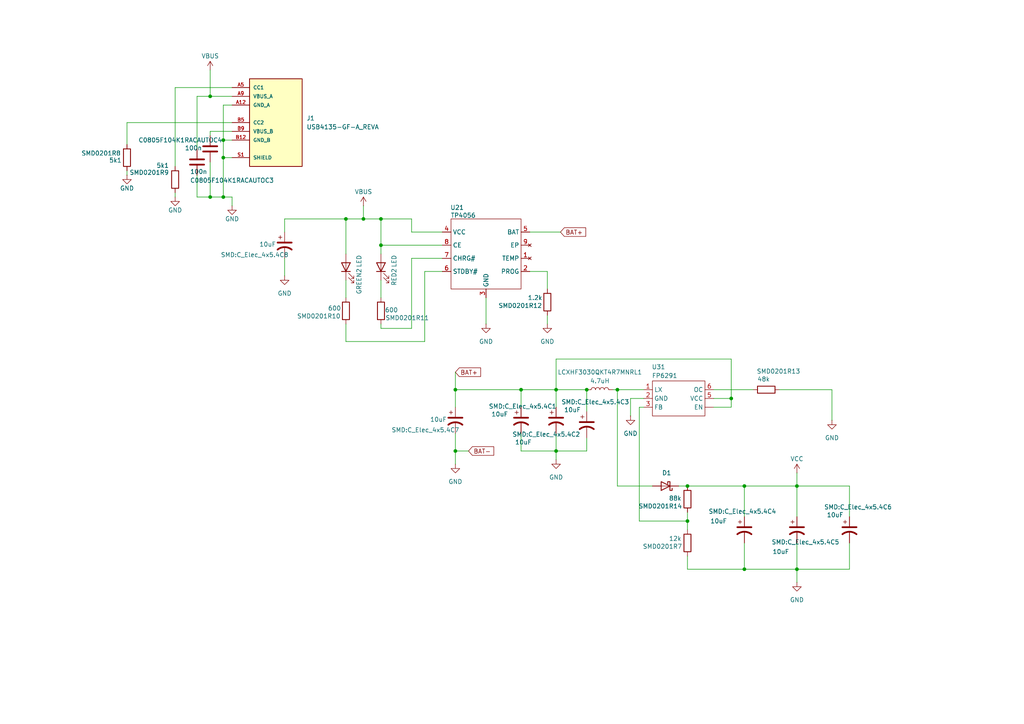
<source format=kicad_sch>
(kicad_sch (version 20250114) (generator "eeschema") (generator_version "9.0")
  (paper "A4")
  (lib_symbols
    (symbol "Device:C" (pin_numbers (hide yes)) (pin_names (offset 0.254))
      (property "Reference" "C" (at 0.635 2.54 0))
      (property "Value" "C" (at 0.635 -2.54 0))
      (symbol "C_0_1"
        (polyline (pts (xy -2.032 0.762) (xy 2.032 0.762)) (stroke (width 0.508)))
        (polyline (pts (xy -2.032 -0.762) (xy 2.032 -0.762)) (stroke (width 0.508)))
      )
      (symbol "C_1_1"
        (pin passive line (at 0 3.81 270) (length 2.794) (name "~") (number "1"))
        (pin passive line (at 0 -3.81 90) (length 2.794) (name "~") (number "2"))
      )
    )
    (symbol "Device:C_Polarized_US" (pin_numbers (hide yes)) (pin_names (offset 0.254) (hide yes))
      (property "Reference" "C" (at 0.635 2.54 0))
      (property "Value" "C_Polarized_US" (at 0.635 -2.54 0))
      (symbol "C_Polarized_US_0_1"
        (polyline (pts (xy -2.032 0.762) (xy 2.032 0.762)) (stroke (width 0.508)))
        (polyline (pts (xy -1.778 2.286) (xy -0.762 2.286)))
        (polyline (pts (xy -1.27 1.778) (xy -1.27 2.794)))
        (arc (start -2.032 -1.27) (mid 0 -0.5572) (end 2.032 -1.27) (stroke (width 0.508)))
      )
      (symbol "C_Polarized_US_1_1"
        (pin passive line (at 0 3.81 270) (length 2.794) (name "~") (number "1"))
        (pin passive line (at 0 -3.81 90) (length 3.302) (name "~") (number "2"))
      )
    )
    (symbol "Device:L" (pin_numbers (hide yes)) (pin_names (offset 1.016) (hide yes))
      (property "Reference" "L" (at -1.27 0 90))
      (property "Value" "L" (at 1.905 0 90))
      (symbol "L_0_1"
        (arc (start 0 2.54) (mid 0.6323 1.905) (end 0 1.27))
        (arc (start 0 1.27) (mid 0.6323 0.635) (end 0 0))
        (arc (start 0 0) (mid 0.6323 -0.635) (end 0 -1.27))
        (arc (start 0 -1.27) (mid 0.6323 -1.905) (end 0 -2.54))
      )
      (symbol "L_1_1"
        (pin passive line (at 0 3.81 270) (length 1.27) (name "1") (number "1"))
        (pin passive line (at 0 -3.81 90) (length 1.27) (name "2") (number "2"))
      )
    )
    (symbol "Device:LED" (pin_numbers (hide yes)) (pin_names (offset 1.016) (hide yes))
      (property "Reference" "D" (at 0 2.54 0))
      (property "Value" "LED" (at 0 -2.54 0))
      (symbol "LED_0_1"
        (polyline (pts (xy -3.048 -0.762) (xy -4.572 -2.286) (xy -3.81 -2.286) (xy -4.572 -2.286) (xy -4.572 -1.524)))
        (polyline (pts (xy -1.778 -0.762) (xy -3.302 -2.286) (xy -2.54 -2.286) (xy -3.302 -2.286) (xy -3.302 -1.524)))
        (polyline (pts (xy -1.27 0) (xy 1.27 0)))
        (polyline (pts (xy -1.27 -1.27) (xy -1.27 1.27)) (stroke (width 0.254)))
        (polyline (pts (xy 1.27 -1.27) (xy 1.27 1.27) (xy -1.27 0) (xy 1.27 -1.27)) (stroke (width 0.254)))
      )
      (symbol "LED_1_1"
        (pin passive line (at -3.81 0 0) (length 2.54) (name "K") (number "1"))
        (pin passive line (at 3.81 0 180) (length 2.54) (name "A") (number "2"))
      )
    )
    (symbol "Device:R" (pin_numbers (hide yes)) (pin_names (offset 0))
      (property "Reference" "R" (at 2.032 0 90))
      (property "Value" "R" (at 0 0 90))
      (symbol "R_0_1"
        (rectangle (start -1.016 -2.54) (end 1.016 2.54) (stroke (width 0.254)))
      )
      (symbol "R_1_1"
        (pin passive line (at 0 3.81 270) (length 1.27) (name "~") (number "1"))
        (pin passive line (at 0 -3.81 90) (length 1.27) (name "~") (number "2"))
      )
    )
    (symbol "Diode:SB150" (pin_numbers (hide yes)) (pin_names (offset 1.016) (hide yes))
      (property "Reference" "D" (at 0 2.54 0))
      (property "Value" "SB150" (at 0 -2.54 0))
      (symbol "SB150_0_1"
        (polyline (pts (xy -1.905 0.635) (xy -1.905 1.27) (xy -1.27 1.27) (xy -1.27 -1.27) (xy -0.635 -1.27) (xy -0.635 -0.635)) (stroke (width 0.254)))
        (polyline (pts (xy 1.27 1.27) (xy 1.27 -1.27) (xy -1.27 0) (xy 1.27 1.27)) (stroke (width 0.254)))
        (polyline (pts (xy 1.27 0) (xy -1.27 0)))
      )
      (symbol "SB150_1_1"
        (pin passive line (at -3.81 0 0) (length 2.54) (name "K") (number "1"))
        (pin passive line (at 3.81 0 180) (length 2.54) (name "A") (number "2"))
      )
    )
    (symbol "M5Stamp:USB4135-GF-A_REVA" (pin_names (offset 1.016))
      (property "Reference" "J" (at -7.62 13.462 0))
      (property "Value" "USB4135-GF-A_REVA" (at -7.62 -13.462 0))
      (symbol "USB4135-GF-A_REVA_0_0"
        (rectangle (start -7.62 12.7) (end 7.62 -12.7) (stroke (width 0.254)) (fill (type background)))
        (pin bidirectional line (at -12.7 10.16 0) (length 5.08) (name "CC1") (number "A5"))
        (pin power_in line (at -12.7 7.62 0) (length 5.08) (name "VBUS_A") (number "A9"))
        (pin power_in line (at -12.7 5.08 0) (length 5.08) (name "GND_A") (number "A12"))
        (pin bidirectional line (at -12.7 0 0) (length 5.08) (name "CC2") (number "B5"))
        (pin power_in line (at -12.7 -2.54 0) (length 5.08) (name "VBUS_B") (number "B9"))
        (pin power_in line (at -12.7 -5.08 0) (length 5.08) (name "GND_B") (number "B12"))
        (pin passive line (at -12.7 -10.16 0) (length 5.08) (name "SHIELD") (number "S1"))
      )
    )
    (symbol "New_Library:TP4056"
      (property "Reference" "U" (at -9.652 13.716 0))
      (property "Value" "TP4056" (at -6.858 11.43 0))
      (symbol "TP4056_0_1"
        (rectangle (start -10.16 10.16) (end 10.16 -10.16))
      )
      (symbol "TP4056_1_1"
        (pin power_in line (at -12.7 6.35 0) (length 2.54) (name "VCC") (number "4"))
        (pin input line (at -12.7 2.54 0) (length 2.54) (name "CE") (number "8"))
        (pin output line (at -12.7 -1.27 0) (length 2.54) (name "CHRG#") (number "7"))
        (pin output line (at -12.7 -5.08 0) (length 2.54) (name "STDBY#") (number "6"))
        (pin power_in line (at 0 -12.7 90) (length 2.54) (name "GND") (number "3"))
        (pin output line (at 12.7 6.35 180) (length 2.54) (name "BAT") (number "5"))
        (pin no_connect line (at 12.7 2.54 180) (length 2.54) (name "EP") (number "9"))
        (pin no_connect line (at 12.7 -1.27 180) (length 2.54) (name "TEMP") (number "1"))
        (pin input line (at 12.7 -5.08 180) (length 2.54) (name "PROG") (number "2"))
      )
    )
    (symbol "New_Library:fp6291"
      (property "Reference" "U" (at -6.858 8.636 0))
      (property "Value" "FP6291" (at -4.064 6.35 0))
      (symbol "fp6291_0_1"
        (rectangle (start -7.62 5.08) (end 7.62 -5.08))
      )
      (symbol "fp6291_1_1"
        (pin output line (at -10.16 2.54 0) (length 2.54) (name "LX") (number "1"))
        (pin power_in line (at -10.16 0 0) (length 2.54) (name "GND") (number "2"))
        (pin input line (at -10.16 -2.54 0) (length 2.54) (name "FB") (number "3"))
        (pin input line (at 10.16 2.54 180) (length 2.54) (name "OC") (number "6"))
        (pin power_in line (at 10.16 0 180) (length 2.54) (name "VCC") (number "5"))
        (pin input line (at 10.16 -2.54 180) (length 2.54) (name "EN") (number ""))
      )
    )
    (symbol "power:GND" (power) (pin_numbers (hide yes)) (pin_names (offset 0) (hide yes))
      (property "Value" "GND" (at 0 -3.81 0))
      (symbol "GND_0_1"
        (polyline (pts (xy 0 0) (xy 0 -1.27) (xy 1.27 -1.27) (xy 0 -2.54) (xy -1.27 -1.27) (xy 0 -1.27)))
      )
      (symbol "GND_1_1"
        (pin power_in line (at 0 0 270) (length 0) (name "~") (number "1"))
      )
    )
    (symbol "power:VCC" (power) (pin_numbers (hide yes)) (pin_names (offset 0) (hide yes))
      (property "Value" "VCC" (at 0 3.556 0))
      (symbol "VCC_0_1"
        (polyline (pts (xy -0.762 1.27) (xy 0 2.54)))
        (polyline (pts (xy 0 2.54) (xy 0.762 1.27)))
        (polyline (pts (xy 0 0) (xy 0 2.54)))
      )
      (symbol "VCC_1_1"
        (pin power_in line (at 0 0 90) (length 0) (name "~") (number "1"))
      )
    )
  )
  (junction (at 170.18 113.03))
  (junction (at 215.9 165.1))
  (junction (at 231.14 165.1))
  (junction (at 132.08 130.81))
  (junction (at 105.41 63.5))
  (junction (at 212.09 115.57))
  (junction (at 161.29 130.81))
  (junction (at 60.96 27.94))
  (junction (at 100.33 63.5))
  (junction (at 64.77 45.72))
  (junction (at 199.39 151.13))
  (junction (at 110.49 63.5))
  (junction (at 60.96 57.15))
  (junction (at 179.07 113.03))
  (junction (at 231.14 140.97))
  (junction (at 132.08 113.03))
  (junction (at 64.77 40.64))
  (junction (at 215.9 140.97))
  (junction (at 64.77 57.15))
  (junction (at 151.13 113.03))
  (junction (at 199.39 140.97))
  (junction (at 161.29 113.03))
  (junction (at 110.49 71.12))
  (wire (pts (xy 207.01 115.57) (xy 212.09 115.57)))
  (wire (pts (xy 212.09 115.57) (xy 212.09 104.14)))
  (wire (pts (xy 162.56 67.31) (xy 153.67 67.31)))
  (wire (pts (xy 151.13 118.11) (xy 151.13 113.03)))
  (wire (pts (xy 132.08 107.95) (xy 132.08 113.03)))
  (wire (pts (xy 60.96 57.15) (xy 64.77 57.15)))
  (wire (pts (xy 100.33 63.5) (xy 105.41 63.5)))
  (wire (pts (xy 67.31 57.15) (xy 67.31 59.69)))
  (wire (pts (xy 57.15 27.94) (xy 60.96 27.94)))
  (wire (pts (xy 110.49 71.12) (xy 128.27 71.12)))
  (wire (pts (xy 119.38 95.25) (xy 110.49 95.25)))
  (wire (pts (xy 231.14 165.1) (xy 246.38 165.1)))
  (wire (pts (xy 151.13 113.03) (xy 161.29 113.03)))
  (wire (pts (xy 158.75 91.44) (xy 158.75 93.98)))
  (wire (pts (xy 246.38 149.86) (xy 246.38 140.97)))
  (wire (pts (xy 132.08 113.03) (xy 132.08 118.11)))
  (wire (pts (xy 60.96 46.99) (xy 60.96 57.15)))
  (wire (pts (xy 64.77 45.72) (xy 67.31 45.72)))
  (wire (pts (xy 64.77 30.48) (xy 67.31 30.48)))
  (wire (pts (xy 199.39 151.13) (xy 199.39 148.59)))
  (wire (pts (xy 170.18 130.81) (xy 161.29 130.81)))
  (wire (pts (xy 231.14 165.1) (xy 231.14 168.91)))
  (wire (pts (xy 64.77 57.15) (xy 67.31 57.15)))
  (wire (pts (xy 60.96 38.1) (xy 60.96 39.37)))
  (wire (pts (xy 110.49 63.5) (xy 110.49 71.12)))
  (wire (pts (xy 199.39 161.29) (xy 199.39 165.1)))
  (wire (pts (xy 100.33 81.28) (xy 100.33 86.36)))
  (wire (pts (xy 151.13 125.73) (xy 151.13 130.81)))
  (wire (pts (xy 177.8 113.03) (xy 179.07 113.03)))
  (wire (pts (xy 207.01 118.11) (xy 212.09 118.11)))
  (wire (pts (xy 110.49 81.28) (xy 110.49 86.36)))
  (wire (pts (xy 140.97 86.36) (xy 140.97 93.98)))
  (wire (pts (xy 215.9 140.97) (xy 231.14 140.97)))
  (wire (pts (xy 246.38 140.97) (xy 231.14 140.97)))
  (wire (pts (xy 82.55 63.5) (xy 82.55 67.31)))
  (wire (pts (xy 100.33 63.5) (xy 82.55 63.5)))
  (wire (pts (xy 161.29 125.73) (xy 161.29 130.81)))
  (wire (pts (xy 196.85 140.97) (xy 199.39 140.97)))
  (wire (pts (xy 50.8 25.4) (xy 67.31 25.4)))
  (wire (pts (xy 64.77 40.64) (xy 67.31 40.64)))
  (wire (pts (xy 100.33 63.5) (xy 100.33 73.66)))
  (wire (pts (xy 105.41 63.5) (xy 110.49 63.5)))
  (wire (pts (xy 132.08 130.81) (xy 132.08 134.62)))
  (wire (pts (xy 215.9 140.97) (xy 215.9 149.86)))
  (wire (pts (xy 60.96 20.32) (xy 60.96 27.94)))
  (wire (pts (xy 199.39 165.1) (xy 215.9 165.1)))
  (wire (pts (xy 100.33 99.06) (xy 100.33 93.98)))
  (wire (pts (xy 132.08 113.03) (xy 151.13 113.03)))
  (wire (pts (xy 105.41 59.69) (xy 105.41 63.5)))
  (wire (pts (xy 241.3 113.03) (xy 241.3 121.92)))
  (wire (pts (xy 64.77 30.48) (xy 64.77 40.64)))
  (wire (pts (xy 36.83 35.56) (xy 67.31 35.56)))
  (wire (pts (xy 119.38 67.31) (xy 119.38 63.5)))
  (wire (pts (xy 161.29 104.14) (xy 161.29 113.03)))
  (wire (pts (xy 119.38 74.93) (xy 119.38 95.25)))
  (wire (pts (xy 226.06 113.03) (xy 241.3 113.03)))
  (wire (pts (xy 119.38 74.93) (xy 128.27 74.93)))
  (wire (pts (xy 57.15 57.15) (xy 60.96 57.15)))
  (wire (pts (xy 170.18 127) (xy 170.18 130.81)))
  (wire (pts (xy 123.19 78.74) (xy 123.19 99.06)))
  (wire (pts (xy 128.27 78.74) (xy 123.19 78.74)))
  (wire (pts (xy 82.55 74.93) (xy 82.55 80.01)))
  (wire (pts (xy 67.31 38.1) (xy 60.96 38.1)))
  (wire (pts (xy 199.39 153.67) (xy 199.39 151.13)))
  (wire (pts (xy 64.77 45.72) (xy 64.77 57.15)))
  (wire (pts (xy 161.29 113.03) (xy 161.29 118.11)))
  (wire (pts (xy 36.83 35.56) (xy 36.83 41.91)))
  (wire (pts (xy 212.09 118.11) (xy 212.09 115.57)))
  (wire (pts (xy 57.15 43.18) (xy 57.15 27.94)))
  (wire (pts (xy 151.13 130.81) (xy 161.29 130.81)))
  (wire (pts (xy 36.83 49.53) (xy 36.83 50.8)))
  (wire (pts (xy 179.07 113.03) (xy 186.69 113.03)))
  (wire (pts (xy 199.39 140.97) (xy 215.9 140.97)))
  (wire (pts (xy 50.8 55.88) (xy 50.8 57.15)))
  (wire (pts (xy 132.08 125.73) (xy 132.08 130.81)))
  (wire (pts (xy 186.69 115.57) (xy 182.88 115.57)))
  (wire (pts (xy 185.42 151.13) (xy 199.39 151.13)))
  (wire (pts (xy 110.49 93.98) (xy 110.49 95.25)))
  (wire (pts (xy 64.77 40.64) (xy 64.77 45.72)))
  (wire (pts (xy 123.19 99.06) (xy 100.33 99.06)))
  (wire (pts (xy 161.29 130.81) (xy 161.29 133.35)))
  (wire (pts (xy 161.29 113.03) (xy 170.18 113.03)))
  (wire (pts (xy 212.09 104.14) (xy 161.29 104.14)))
  (wire (pts (xy 128.27 67.31) (xy 119.38 67.31)))
  (wire (pts (xy 67.31 27.94) (xy 60.96 27.94)))
  (wire (pts (xy 215.9 165.1) (xy 231.14 165.1)))
  (wire (pts (xy 153.67 78.74) (xy 158.75 78.74)))
  (wire (pts (xy 179.07 113.03) (xy 179.07 140.97)))
  (wire (pts (xy 110.49 71.12) (xy 110.49 73.66)))
  (wire (pts (xy 57.15 50.8) (xy 57.15 57.15)))
  (wire (pts (xy 185.42 118.11) (xy 185.42 151.13)))
  (wire (pts (xy 231.14 137.16) (xy 231.14 140.97)))
  (wire (pts (xy 132.08 130.81) (xy 135.89 130.81)))
  (wire (pts (xy 182.88 115.57) (xy 182.88 120.65)))
  (wire (pts (xy 170.18 113.03) (xy 170.18 119.38)))
  (wire (pts (xy 110.49 63.5) (xy 119.38 63.5)))
  (wire (pts (xy 186.69 118.11) (xy 185.42 118.11)))
  (wire (pts (xy 246.38 157.48) (xy 246.38 165.1)))
  (wire (pts (xy 158.75 78.74) (xy 158.75 83.82)))
  (wire (pts (xy 50.8 25.4) (xy 50.8 48.26)))
  (wire (pts (xy 207.01 113.03) (xy 218.44 113.03)))
  (wire (pts (xy 231.14 140.97) (xy 231.14 149.86)))
  (wire (pts (xy 215.9 157.48) (xy 215.9 165.1)))
  (wire (pts (xy 179.07 140.97) (xy 189.23 140.97)))
  (wire (pts (xy 231.14 157.48) (xy 231.14 165.1)))
  (global_label "BAT+" (shape input) (at 162.56 67.31 0) (property "Intersheetrefs" "${INTERSHEET_REFS}" (effects (hide yes))))
  (global_label "BAT+" (shape input) (at 132.08 107.95 0) (property "Intersheetrefs" "${INTERSHEET_REFS}" (effects (hide yes))))
  (global_label "BAT-" (shape input) (at 135.89 130.81 0) (property "Intersheetrefs" "${INTERSHEET_REFS}" (effects (hide yes))))
  (symbol (lib_id "Device:C_Polarized_US") (at 82.55 71.12 0) (unit 1)
    (property "Reference" "SMD:C_Elec_4x5.4C8" (at 64.008 73.914 0) (effects (justify left)))
    (property "Value" "10uF" (at 75.184 70.866 0) (effects (justify left)))
    (property "Footprint" "Capacitor_SMD:C_Elec_4x5.4" (effects (hide yes)))
    (property "Description" "Polarized capacitor, US symbol" (effects (hide yes)))
  )
  (symbol (lib_id "Device:C_Polarized_US") (at 161.29 121.92 0) (unit 1)
    (property "Reference" "SMD:C_Elec_4x5.4C2" (at 148.59 125.984 0) (effects (justify left)))
    (property "Value" "10uF" (at 149.352 128.27 0) (effects (justify left)))
    (property "Footprint" "Capacitor_SMD:C_Elec_4x5.4" (effects (hide yes)))
    (property "Description" "Polarized capacitor, US symbol" (effects (hide yes)))
  )
  (symbol (lib_id "Device:R") (at 50.8 52.07 180) (unit 1)
    (property "Reference" "SMD0201R9" (at 49.022 50.038 0) (effects (justify left)))
    (property "Value" "5k1" (at 49.022 48.006 0) (effects (justify left)))
    (property "Footprint" "Resistor_SMD:R_0201_0603Metric_Pad0.64x0.40mm_HandSolder" (effects (hide yes)))
    (property "Description" "Resistor" (effects (hide yes)))
  )
  (symbol (lib_id "Device:R") (at 199.39 157.48 180) (unit 1)
    (property "Reference" "SMD0201R7" (at 197.866 158.496 0) (effects (justify left)))
    (property "Value" "12k" (at 195.834 156.21 0))
    (property "Footprint" "Resistor_SMD:R_0201_0603Metric_Pad0.64x0.40mm_HandSolder" (effects (hide yes)))
    (property "Description" "Resistor" (effects (hide yes)))
  )
  (symbol (lib_id "power:GND") (at 241.3 121.92 0) (unit 1)
    (property "Reference" "#PWR023" (effects (hide yes)))
    (property "Value" "GND" (at 241.3 127 0))
    (property "Description" "Power symbol creates a global label with name \"GND\" , ground" (effects (hide yes)))
  )
  (symbol (lib_id "power:GND") (at 36.83 50.8 0) (unit 1)
    (property "Reference" "#PWR012" (effects (hide yes)))
    (property "Value" "GND" (at 36.83 54.61 0))
    (property "Description" "Power symbol creates a global label with name \"GND\" , ground" (effects (hide yes)))
  )
  (symbol (lib_id "Device:R") (at 222.25 113.03 90) (unit 1)
    (property "Reference" "SMD0201R13" (at 219.456 107.696 90) (effects (justify right)))
    (property "Value" "48k" (at 221.488 109.982 90))
    (property "Footprint" "Resistor_SMD:R_0201_0603Metric_Pad0.64x0.40mm_HandSolder" (effects (hide yes)))
    (property "Description" "Resistor" (effects (hide yes)))
  )
  (symbol (lib_id "power:VCC") (at 60.96 20.32 0) (unit 1)
    (property "Reference" "#PWR024" (effects (hide yes)))
    (property "Value" "VBUS" (at 60.96 16.256 0))
    (property "Description" "Power symbol creates a global label with name \"VCC\"" (effects (hide yes)))
  )
  (symbol (lib_id "Device:C_Polarized_US") (at 215.9 153.67 0) (unit 1)
    (property "Reference" "SMD:C_Elec_4x5.4C4" (at 205.486 148.336 0) (effects (justify left)))
    (property "Value" "10uF" (at 205.994 151.13 0) (effects (justify left)))
    (property "Footprint" "Capacitor_SMD:C_Elec_4x5.4" (effects (hide yes)))
    (property "Description" "Polarized capacitor, US symbol" (effects (hide yes)))
  )
  (symbol (lib_id "Device:L") (at 173.99 113.03 90) (unit 1)
    (property "Reference" "LCXHF3030QKT4R7MNRL1" (at 173.99 107.95 90))
    (property "Value" "4.7uH" (at 173.99 110.49 90))
    (property "Footprint" "Library:LCXHF3030QKT4R7MNR" (effects (hide yes)))
    (property "Description" "Inductor" (effects (hide yes)))
  )
  (symbol (lib_id "Device:C") (at 60.96 43.18 0) (unit 1)
    (property "Reference" "C0805F104K1RACAUTOC4" (at 40.132 40.64 0) (effects (justify left)))
    (property "Value" "100n" (at 53.594 42.926 0) (effects (justify left)))
    (property "Footprint" "Library:C0805F104K1RACAUTO" (effects (hide yes)))
    (property "Description" "Unpolarized capacitor" (effects (hide yes)))
  )
  (symbol (lib_id "power:GND") (at 67.31 59.69 0) (unit 1)
    (property "Reference" "#PWR010" (effects (hide yes)))
    (property "Value" "GND" (at 67.31 63.5 0))
    (property "Description" "Power symbol creates a global label with name \"GND\" , ground" (effects (hide yes)))
  )
  (symbol (lib_id "Device:C_Polarized_US") (at 151.13 121.92 0) (unit 1)
    (property "Reference" "SMD:C_Elec_4x5.4C1" (at 141.732 117.856 0) (effects (justify left)))
    (property "Value" "10uF" (at 142.494 120.142 0) (effects (justify left)))
    (property "Footprint" "Capacitor_SMD:C_Elec_4x5.4" (effects (hide yes)))
    (property "Description" "Polarized capacitor, US symbol" (effects (hide yes)))
  )
  (symbol (lib_id "power:VCC") (at 231.14 137.16 0) (unit 1)
    (property "Reference" "#PWR025" (effects (hide yes)))
    (property "Value" "VCC" (at 231.14 133.096 0))
    (property "Description" "Power symbol creates a global label with name \"VCC\"" (effects (hide yes)))
  )
  (symbol (lib_id "power:GND") (at 50.8 57.15 0) (unit 1)
    (property "Reference" "#PWR011" (effects (hide yes)))
    (property "Value" "GND" (at 50.8 60.96 0))
    (property "Description" "Power symbol creates a global label with name \"GND\" , ground" (effects (hide yes)))
  )
  (symbol (lib_id "New_Library:fp6291") (at 196.85 115.57 0) (unit 1)
    (property "Reference" "U31" (at 191.008 106.426 0))
    (property "Value" "FP6291" (at 192.786 108.966 0))
    (property "Footprint" "Library:SOT23-6L" (effects (hide yes)))
  )
  (symbol (lib_id "power:GND") (at 82.55 80.01 0) (unit 1)
    (property "Reference" "#PWR015" (effects (hide yes)))
    (property "Value" "GND" (at 82.55 85.09 0))
    (property "Description" "Power symbol creates a global label with name \"GND\" , ground" (effects (hide yes)))
  )
  (symbol (lib_id "power:GND") (at 182.88 120.65 0) (unit 1)
    (property "Reference" "#PWR021" (effects (hide yes)))
    (property "Value" "GND" (at 182.88 125.73 0))
    (property "Description" "Power symbol creates a global label with name \"GND\" , ground" (effects (hide yes)))
  )
  (symbol (lib_id "Diode:SB150") (at 193.04 140.97 180) (unit 1)
    (property "Reference" "D2" (effects (hide yes)))
    (property "Value" "D1" (at 193.3575 137.16 0))
    (property "Footprint" "Diode_THT:D_DO-41_SOD81_P10.16mm_Horizontal" (effects (hide yes)))
    (property "Datasheet" "http://www.diodes.com/_files/datasheets/ds23022.pdf" (effects (hide yes)))
    (property "Description" "50V 1A Schottky Barrier Rectifier Diode, DO-41" (effects (hide yes)))
  )
  (symbol (lib_id "M5Stamp:USB4135-GF-A_REVA") (at 80.01 35.56 0) (unit 1)
    (property "Reference" "J1" (at 88.9 34.2899 0) (effects (justify left)))
    (property "Value" "USB4135-GF-A_REVA" (at 88.9 36.8299 0) (effects (justify left)))
    (property "Footprint" "Connector_USB:USB_C_Receptacle_GCT_USB4135-GF-A_6P_TopMnt_Horizontal" (effects (hide yes)))
  )
  (symbol (lib_id "power:GND") (at 158.75 93.98 0) (unit 1)
    (property "Reference" "#PWR018" (effects (hide yes)))
    (property "Value" "GND" (at 158.75 99.06 0))
    (property "Description" "Power symbol creates a global label with name \"GND\" , ground" (effects (hide yes)))
  )
  (symbol (lib_id "Device:C_Polarized_US") (at 170.18 123.19 0) (unit 1)
    (property "Reference" "SMD:C_Elec_4x5.4C3" (at 162.814 116.586 0) (effects (justify left)))
    (property "Value" "10uF" (at 163.576 118.872 0) (effects (justify left)))
    (property "Footprint" "Capacitor_SMD:C_Elec_4x5.4" (effects (hide yes)))
    (property "Description" "Polarized capacitor, US symbol" (effects (hide yes)))
  )
  (symbol (lib_id "Device:R") (at 110.49 90.17 180) (unit 1)
    (property "Reference" "SMD0201R11" (at 124.46 92.202 0) (effects (justify left)))
    (property "Value" "600" (at 113.538 89.916 0))
    (property "Footprint" "Resistor_SMD:R_0201_0603Metric_Pad0.64x0.40mm_HandSolder" (effects (hide yes)))
    (property "Description" "Resistor" (effects (hide yes)))
  )
  (symbol (lib_id "power:GND") (at 231.14 168.91 0) (unit 1)
    (property "Reference" "#PWR022" (effects (hide yes)))
    (property "Value" "GND" (at 231.14 173.99 0))
    (property "Description" "Power symbol creates a global label with name \"GND\" , ground" (effects (hide yes)))
  )
  (symbol (lib_id "power:VCC") (at 105.41 59.69 0) (unit 1)
    (property "Reference" "#PWR016" (effects (hide yes)))
    (property "Value" "VBUS" (at 105.41 55.626 0))
    (property "Description" "Power symbol creates a global label with name \"VCC\"" (effects (hide yes)))
  )
  (symbol (lib_id "power:GND") (at 140.97 93.98 0) (unit 1)
    (property "Reference" "#PWR017" (effects (hide yes)))
    (property "Value" "GND" (at 140.97 99.06 0))
    (property "Description" "Power symbol creates a global label with name \"GND\" , ground" (effects (hide yes)))
  )
  (symbol (lib_id "Device:LED") (at 110.49 77.47 90) (unit 1)
    (property "Reference" "RED2" (at 114.3 77.7874 0) (effects (justify right)))
    (property "Value" "LED" (at 114.3 73.914 0) (effects (justify right)))
    (property "Footprint" "Library:SSL-LX2573SRD" (effects (hide yes)))
    (property "Description" "Light emitting diode" (effects (hide yes)))
    (property "Sim.Pins" "1=K 2=A" (effects (hide yes)))
  )
  (symbol (lib_id "New_Library:TP4056") (at 140.97 73.66 0) (unit 1)
    (property "Reference" "U21" (at 132.588 60.198 0))
    (property "Value" "TP4056" (at 134.366 62.484 0))
    (property "Footprint" "Package_SO:HSOP-8-1EP_3.9x4.9mm_P1.27mm_EP2.3x2.3mm_ThermalVias" (effects (hide yes)))
  )
  (symbol (lib_id "power:GND") (at 132.08 134.62 0) (unit 1)
    (property "Reference" "#PWR019" (effects (hide yes)))
    (property "Value" "GND" (at 132.08 139.7 0))
    (property "Description" "Power symbol creates a global label with name \"GND\" , ground" (effects (hide yes)))
  )
  (symbol (lib_id "Device:LED") (at 100.33 77.47 90) (unit 1)
    (property "Reference" "GREEN2" (at 104.14 77.7874 0) (effects (justify right)))
    (property "Value" "LED" (at 104.14 73.914 0) (effects (justify right)))
    (property "Footprint" "Library:SSL-LX2573SGD" (effects (hide yes)))
    (property "Description" "Light emitting diode" (effects (hide yes)))
    (property "Sim.Pins" "1=K 2=A" (effects (hide yes)))
  )
  (symbol (lib_id "Device:R") (at 158.75 87.63 180) (unit 1)
    (property "Reference" "SMD0201R12" (at 157.226 88.646 0) (effects (justify left)))
    (property "Value" "1.2k" (at 155.194 86.36 0))
    (property "Footprint" "Resistor_SMD:R_0201_0603Metric_Pad0.64x0.40mm_HandSolder" (effects (hide yes)))
    (property "Description" "Resistor" (effects (hide yes)))
  )
  (symbol (lib_id "Device:C") (at 57.15 46.99 0) (unit 1)
    (property "Reference" "C0805F104K1RACAUTOC3" (at 55.118 52.324 0) (effects (justify left)))
    (property "Value" "100n" (at 55.118 49.784 0) (effects (justify left)))
    (property "Footprint" "Library:C0805F104K1RACAUTO" (effects (hide yes)))
    (property "Description" "Unpolarized capacitor" (effects (hide yes)))
  )
  (symbol (lib_id "Device:R") (at 36.83 45.72 180) (unit 1)
    (property "Reference" "SMD0201R8" (at 35.052 44.45 0) (effects (justify left)))
    (property "Value" "5k1" (at 35.306 46.482 0) (effects (justify left)))
    (property "Footprint" "Resistor_SMD:R_0201_0603Metric_Pad0.64x0.40mm_HandSolder" (effects (hide yes)))
    (property "Description" "Resistor" (effects (hide yes)))
  )
  (symbol (lib_id "power:GND") (at 161.29 133.35 0) (unit 1)
    (property "Reference" "#PWR020" (effects (hide yes)))
    (property "Value" "GND" (at 161.29 138.43 0))
    (property "Description" "Power symbol creates a global label with name \"GND\" , ground" (effects (hide yes)))
  )
  (symbol (lib_id "Device:R") (at 199.39 144.78 180) (unit 1)
    (property "Reference" "SMD0201R14" (at 197.866 146.812 0) (effects (justify left)))
    (property "Value" "88k" (at 195.834 144.526 0))
    (property "Footprint" "Resistor_SMD:R_0201_0603Metric_Pad0.64x0.40mm_HandSolder" (effects (hide yes)))
    (property "Description" "Resistor" (effects (hide yes)))
  )
  (symbol (lib_id "Device:R") (at 100.33 90.17 180) (unit 1)
    (property "Reference" "SMD0201R10" (at 98.806 91.694 0) (effects (justify left)))
    (property "Value" "600" (at 97.028 89.408 0))
    (property "Footprint" "Resistor_SMD:R_0201_0603Metric_Pad0.64x0.40mm_HandSolder" (effects (hide yes)))
    (property "Description" "Resistor" (effects (hide yes)))
  )
  (symbol (lib_id "Device:C_Polarized_US") (at 132.08 121.92 0) (unit 1)
    (property "Reference" "SMD:C_Elec_4x5.4C7" (at 113.538 124.714 0) (effects (justify left)))
    (property "Value" "10uF" (at 124.714 121.666 0) (effects (justify left)))
    (property "Footprint" "Capacitor_SMD:C_Elec_4x5.4" (effects (hide yes)))
    (property "Description" "Polarized capacitor, US symbol" (effects (hide yes)))
  )
  (symbol (lib_id "Device:C_Polarized_US") (at 246.38 153.67 0) (unit 1)
    (property "Reference" "SMD:C_Elec_4x5.4C6" (at 239.014 147.066 0) (effects (justify left)))
    (property "Value" "10uF" (at 239.776 149.352 0) (effects (justify left)))
    (property "Footprint" "Capacitor_SMD:C_Elec_4x5.4" (effects (hide yes)))
    (property "Description" "Polarized capacitor, US symbol" (effects (hide yes)))
  )
  (symbol (lib_id "Device:C_Polarized_US") (at 231.14 153.67 0) (unit 1)
    (property "Reference" "SMD:C_Elec_4x5.4C5" (at 223.774 157.226 0) (effects (justify left)))
    (property "Value" "10uF" (at 224.028 160.02 0) (effects (justify left)))
    (property "Footprint" "Capacitor_SMD:C_Elec_4x5.4" (effects (hide yes)))
    (property "Description" "Polarized capacitor, US symbol" (effects (hide yes)))
  )
)
</source>
